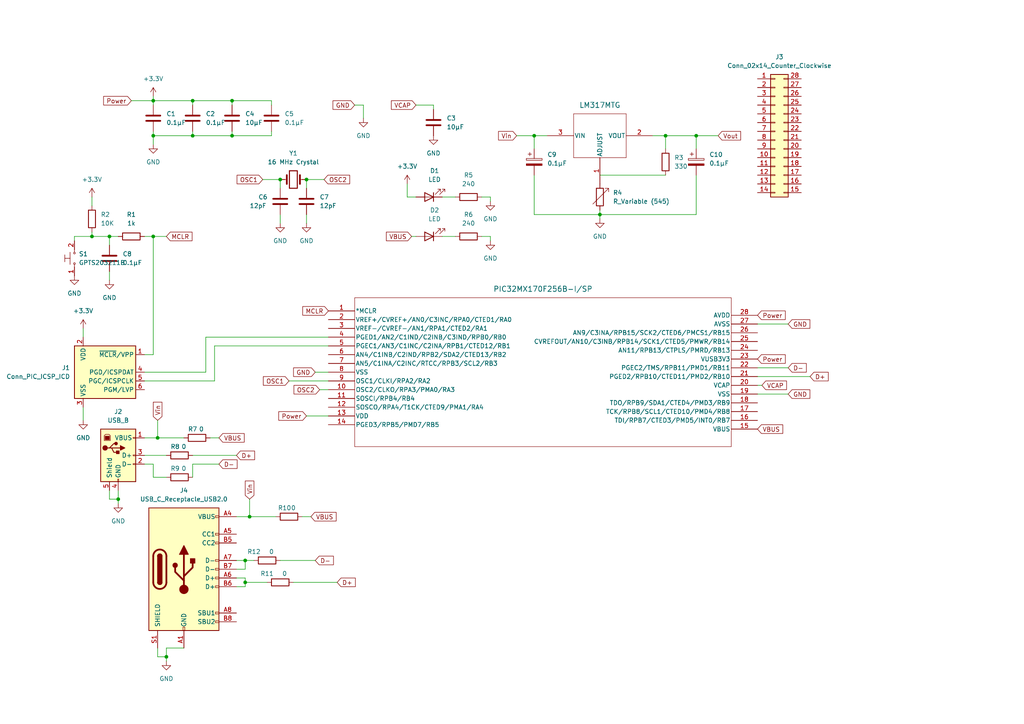
<source format=kicad_sch>
(kicad_sch (version 20230121) (generator eeschema)
  (paper "A4")
  (lib_symbols
    (symbol "2023-10-15_20-36-05:PIC32MX170F256B-I_SP" (pin_names (offset 0.254))
      (property "Value" "PIC32MX170F256B-I/SP" (at 146.05 6.35 0))
      (symbol "PIC32MX170F256B-I_SP_0_1"
        (polyline (pts (xy 86.36 5.08) (xy 86.36 -38.1)) (stroke (width 0.127)))
        (polyline (pts (xy 195.58 -38.1) (xy 195.58 5.08)) (stroke (width 0.127)))
        (pin bidirectional line (at 78.74 1.27 0) (length 7.62) (name "*MCLR") (number "1"))
        (pin bidirectional line (at 78.74 -21.59 0) (length 7.62) (name "OSC2/CLKO/RPA3/PMA0/RA3") (number "10"))
        (pin bidirectional line (at 78.74 -24.13 0) (length 7.62) (name "SOSCI/RPB4/RB4") (number "11"))
        (pin bidirectional line (at 78.74 -26.67 0) (length 7.62) (name "SOSCO/RPA4/T1CK/CTED9/PMA1/RA4") (number "12"))
        (pin power_in line (at 78.74 -29.21 0) (length 7.62) (name "VDD") (number "13"))
        (pin bidirectional line (at 78.74 -31.75 0) (length 7.62) (name "PGED3/RPB5/PMD7/RB5") (number "14"))
        (pin bidirectional line (at 203.2 -30.48 180) (length 7.62) (name "TDI/RPB7/CTED3/PMD5/INT0/RB7") (number "16"))
        (pin bidirectional line (at 203.2 -27.94 180) (length 7.62) (name "TCK/RPB8/SCL1/CTED10/PMD4/RB8") (number "17"))
        (pin bidirectional line (at 203.2 -25.4 180) (length 7.62) (name "TDO/RPB9/SDA1/CTED4/PMD3/RB9") (number "18"))
        (pin power_in line (at 203.2 -22.86 180) (length 7.62) (name "VSS") (number "19"))
        (pin bidirectional line (at 78.74 -1.27 0) (length 7.62) (name "VREF+/CVREF+/AN0/C3INC/RPA0/CTED1/RA0") (number "2"))
        (pin power_in line (at 203.2 -20.32 180) (length 7.62) (name "VCAP") (number "20"))
        (pin bidirectional line (at 203.2 -17.78 180) (length 7.62) (name "PGED2/RPB10/CTED11/PMD2/RB10") (number "21"))
        (pin bidirectional line (at 203.2 -15.24 180) (length 7.62) (name "PGEC2/TMS/RPB11/PMD1/RB11") (number "22"))
        (pin bidirectional line (at 203.2 -10.16 180) (length 7.62) (name "AN11/RPB13/CTPLS/PMRD/RB13") (number "24"))
        (pin bidirectional line (at 203.2 -7.62 180) (length 7.62) (name "CVREFOUT/AN10/C3INB/RPB14/SCK1/CTED5/PMWR/RB14") (number "25"))
        (pin bidirectional line (at 203.2 -5.08 180) (length 7.62) (name "AN9/C3INA/RPB15/SCK2/CTED6/PMCS1/RB15") (number "26"))
        (pin power_in line (at 203.2 -2.54 180) (length 7.62) (name "AVSS") (number "27"))
        (pin power_in line (at 203.2 0 180) (length 7.62) (name "AVDD") (number "28"))
        (pin bidirectional line (at 78.74 -3.81 0) (length 7.62) (name "VREF-/CVREF-/AN1/RPA1/CTED2/RA1") (number "3"))
        (pin bidirectional line (at 78.74 -6.35 0) (length 7.62) (name "PGED1/AN2/C1IND/C2INB/C3IND/RPB0/RB0") (number "4"))
        (pin bidirectional line (at 78.74 -8.89 0) (length 7.62) (name "PGEC1/AN3/C1INC/C2INA/RPB1/CTED12/RB1") (number "5"))
        (pin bidirectional line (at 78.74 -11.43 0) (length 7.62) (name "AN4/C1INB/C2IND/RPB2/SDA2/CTED13/RB2") (number "6"))
        (pin bidirectional line (at 78.74 -13.97 0) (length 7.62) (name "AN5/C1INA/C2INC/RTCC/RPB3/SCL2/RB3") (number "7"))
        (pin power_in line (at 78.74 -16.51 0) (length 7.62) (name "VSS") (number "8"))
        (pin bidirectional line (at 78.74 -19.05 0) (length 7.62) (name "OSC1/CLKI/RPA2/RA2") (number "9"))
      )
      (symbol "PIC32MX170F256B-I_SP_1_1"
        (polyline (pts (xy 86.36 -38.1) (xy 195.58 -38.1)) (stroke (width 0.127)))
        (polyline (pts (xy 86.36 5.08) (xy 195.58 5.08)) (stroke (width 0.127)))
        (pin bidirectional line (at 203.2 -33.02 180) (length 7.62) (name "VBUS") (number "15"))
        (pin bidirectional line (at 203.2 -12.7 180) (length 7.62) (name "VUSB3V3") (number "23"))
      )
    )
    (symbol "Connector:Conn_PIC_ICSP_ICD"
      (property "Reference" "J" (at 6.35 8.89 0))
      (property "Value" "Conn_PIC_ICSP_ICD" (at -8.89 -1.27 90))
      (symbol "Conn_PIC_ICSP_ICD_0_1"
        (rectangle (start -7.62 7.62) (end 10.16 -7.62) (stroke (width 0.254)) (fill (type background)))
      )
      (symbol "Conn_PIC_ICSP_ICD_1_1"
        (pin passive line (at 12.7 5.08 180) (length 2.54) (name "~{MCLR}/VPP") (number "1"))
        (pin passive line (at -5.08 10.16 270) (length 2.54) (name "VDD") (number "2"))
        (pin power_in line (at -5.08 -10.16 90) (length 2.54) (name "VSS") (number "3"))
        (pin bidirectional line (at 12.7 0 180) (length 2.54) (name "PGD/ICSPDAT") (number "4"))
        (pin output line (at 12.7 -2.54 180) (length 2.54) (name "PGC/ICSPCLK") (number "5"))
        (pin output line (at 12.7 -5.08 180) (length 2.54) (name "PGM/LVP") (number "6"))
      )
    )
    (symbol "Connector:USB_B" (pin_names (offset 1.016))
      (property "Reference" "J" (at -5.08 11.43 0))
      (property "Value" "USB_B" (at -5.08 8.89 0))
      (symbol "USB_B_0_1"
        (rectangle (start -5.08 -7.62) (end 5.08 7.62) (stroke (width 0.254)) (fill (type background)))
        (circle (center -3.81 2.159) (radius 0.635) (stroke (width 0.254)) (fill (type outline)))
        (rectangle (start -3.81 5.588) (end -2.54 4.572) (fill (type outline)))
        (circle (center -0.635 3.429) (radius 0.381) (stroke (width 0.254)) (fill (type outline)))
        (rectangle (start -0.127 -7.62) (end 0.127 -6.858))
        (polyline (pts (xy -1.905 2.159) (xy 0.635 2.159)) (stroke (width 0.254)))
        (polyline (pts (xy -3.175 2.159) (xy -2.54 2.159) (xy -1.27 3.429) (xy -0.635 3.429)) (stroke (width 0.254)))
        (polyline (pts (xy -2.54 2.159) (xy -1.905 2.159) (xy -1.27 0.889) (xy 0 0.889)) (stroke (width 0.254)))
        (polyline (pts (xy 0.635 2.794) (xy 0.635 1.524) (xy 1.905 2.159) (xy 0.635 2.794)) (stroke (width 0.254)) (fill (type outline)))
        (polyline (pts (xy -4.064 4.318) (xy -2.286 4.318) (xy -2.286 5.715) (xy -2.667 6.096) (xy -3.683 6.096) (xy -4.064 5.715) (xy -4.064 4.318)))
        (rectangle (start 0.254 1.27) (end -0.508 0.508) (stroke (width 0.254)) (fill (type outline)))
        (rectangle (start 5.08 -2.667) (end 4.318 -2.413))
        (rectangle (start 5.08 -0.127) (end 4.318 0.127))
        (rectangle (start 5.08 4.953) (end 4.318 5.207))
      )
      (symbol "USB_B_1_1"
        (pin power_out line (at 7.62 5.08 180) (length 2.54) (name "VBUS") (number "1"))
        (pin bidirectional line (at 7.62 -2.54 180) (length 2.54) (name "D-") (number "2"))
        (pin bidirectional line (at 7.62 0 180) (length 2.54) (name "D+") (number "3"))
        (pin power_out line (at 0 -10.16 90) (length 2.54) (name "GND") (number "4"))
        (pin passive line (at -2.54 -10.16 90) (length 2.54) (name "Shield") (number "5"))
      )
    )
    (symbol "Connector:USB_C_Receptacle_USB2.0" (pin_names (offset 1.016))
      (property "Reference" "J" (at -10.16 19.05 0))
      (property "Value" "USB_C_Receptacle_USB2.0" (at 19.05 19.05 0))
      (symbol "USB_C_Receptacle_USB2.0_0_0"
        (rectangle (start -0.254 -17.78) (end 0.254 -16.764))
        (rectangle (start 10.16 -14.986) (end 9.144 -15.494))
        (rectangle (start 10.16 -12.446) (end 9.144 -12.954))
        (rectangle (start 10.16 -4.826) (end 9.144 -5.334))
        (rectangle (start 10.16 -2.286) (end 9.144 -2.794))
        (rectangle (start 10.16 0.254) (end 9.144 -0.254))
        (rectangle (start 10.16 2.794) (end 9.144 2.286))
        (rectangle (start 10.16 7.874) (end 9.144 7.366))
        (rectangle (start 10.16 10.414) (end 9.144 9.906))
        (rectangle (start 10.16 15.494) (end 9.144 14.986))
      )
      (symbol "USB_C_Receptacle_USB2.0_0_1"
        (rectangle (start -10.16 17.78) (end 10.16 -17.78) (stroke (width 0.254)) (fill (type background)))
        (arc (start -8.89 -3.81) (mid -6.985 -5.7067) (end -5.08 -3.81) (stroke (width 0.508)))
        (arc (start -7.62 -3.81) (mid -6.985 -4.4423) (end -6.35 -3.81) (stroke (width 0.254)))
        (arc (start -7.62 -3.81) (mid -6.985 -4.4423) (end -6.35 -3.81) (stroke (width 0.254)) (fill (type outline)))
        (rectangle (start -7.62 -3.81) (end -6.35 3.81) (stroke (width 0.254)) (fill (type outline)))
        (arc (start -6.35 3.81) (mid -6.985 4.4423) (end -7.62 3.81) (stroke (width 0.254)))
        (arc (start -6.35 3.81) (mid -6.985 4.4423) (end -7.62 3.81) (stroke (width 0.254)) (fill (type outline)))
        (arc (start -5.08 3.81) (mid -6.985 5.7067) (end -8.89 3.81) (stroke (width 0.508)))
        (circle (center -2.54 1.143) (radius 0.635) (stroke (width 0.254)) (fill (type outline)))
        (circle (center 0 -5.842) (radius 1.27) (fill (type outline)))
        (polyline (pts (xy -8.89 -3.81) (xy -8.89 3.81)) (stroke (width 0.508)))
        (polyline (pts (xy -5.08 3.81) (xy -5.08 -3.81)) (stroke (width 0.508)))
        (polyline (pts (xy 0 -5.842) (xy 0 4.318)) (stroke (width 0.508)))
        (polyline (pts (xy 0 -3.302) (xy -2.54 -0.762) (xy -2.54 0.508)) (stroke (width 0.508)))
        (polyline (pts (xy 0 -2.032) (xy 2.54 0.508) (xy 2.54 1.778)) (stroke (width 0.508)))
        (polyline (pts (xy -1.27 4.318) (xy 0 6.858) (xy 1.27 4.318) (xy -1.27 4.318)) (stroke (width 0.254)) (fill (type outline)))
        (rectangle (start 1.905 1.778) (end 3.175 3.048) (stroke (width 0.254)) (fill (type outline)))
      )
      (symbol "USB_C_Receptacle_USB2.0_1_1"
        (pin passive line (at 0 -22.86 90) (length 5.08) (name "GND") (number "A1"))
        (pin passive line (at 0 -22.86 90) (length 5.08) hide (name "GND") (number "A12"))
        (pin passive line (at 15.24 15.24 180) (length 5.08) (name "VBUS") (number "A4"))
        (pin bidirectional line (at 15.24 10.16 180) (length 5.08) (name "CC1") (number "A5"))
        (pin bidirectional line (at 15.24 -2.54 180) (length 5.08) (name "D+") (number "A6"))
        (pin bidirectional line (at 15.24 2.54 180) (length 5.08) (name "D-") (number "A7"))
        (pin bidirectional line (at 15.24 -12.7 180) (length 5.08) (name "SBU1") (number "A8"))
        (pin passive line (at 15.24 15.24 180) (length 5.08) hide (name "VBUS") (number "A9"))
        (pin passive line (at 0 -22.86 90) (length 5.08) hide (name "GND") (number "B1"))
        (pin passive line (at 0 -22.86 90) (length 5.08) hide (name "GND") (number "B12"))
        (pin passive line (at 15.24 15.24 180) (length 5.08) hide (name "VBUS") (number "B4"))
        (pin bidirectional line (at 15.24 7.62 180) (length 5.08) (name "CC2") (number "B5"))
        (pin bidirectional line (at 15.24 -5.08 180) (length 5.08) (name "D+") (number "B6"))
        (pin bidirectional line (at 15.24 0 180) (length 5.08) (name "D-") (number "B7"))
        (pin bidirectional line (at 15.24 -15.24 180) (length 5.08) (name "SBU2") (number "B8"))
        (pin passive line (at 15.24 15.24 180) (length 5.08) hide (name "VBUS") (number "B9"))
        (pin passive line (at -7.62 -22.86 90) (length 5.08) (name "SHIELD") (number "S1"))
      )
    )
    (symbol "Connector_Generic:Conn_02x14_Counter_Clockwise" (pin_names (offset 1.016) hide)
      (property "Reference" "J" (at 1.27 17.78 0))
      (property "Value" "Conn_02x14_Counter_Clockwise" (at 1.27 -20.32 0))
      (symbol "Conn_02x14_Counter_Clockwise_1_1"
        (rectangle (start -1.27 -17.653) (end 0 -17.907) (stroke (width 0.1524)))
        (rectangle (start -1.27 -15.113) (end 0 -15.367) (stroke (width 0.1524)))
        (rectangle (start -1.27 -12.573) (end 0 -12.827) (stroke (width 0.1524)))
        (rectangle (start -1.27 -10.033) (end 0 -10.287) (stroke (width 0.1524)))
        (rectangle (start -1.27 -7.493) (end 0 -7.747) (stroke (width 0.1524)))
        (rectangle (start -1.27 -4.953) (end 0 -5.207) (stroke (width 0.1524)))
        (rectangle (start -1.27 -2.413) (end 0 -2.667) (stroke (width 0.1524)))
        (rectangle (start -1.27 0.127) (end 0 -0.127) (stroke (width 0.1524)))
        (rectangle (start -1.27 2.667) (end 0 2.413) (stroke (width 0.1524)))
        (rectangle (start -1.27 5.207) (end 0 4.953) (stroke (width 0.1524)))
        (rectangle (start -1.27 7.747) (end 0 7.493) (stroke (width 0.1524)))
        (rectangle (start -1.27 10.287) (end 0 10.033) (stroke (width 0.1524)))
        (rectangle (start -1.27 12.827) (end 0 12.573) (stroke (width 0.1524)))
        (rectangle (start -1.27 15.367) (end 0 15.113) (stroke (width 0.1524)))
        (rectangle (start -1.27 16.51) (end 3.81 -19.05) (stroke (width 0.254)) (fill (type background)))
        (rectangle (start 3.81 -17.653) (end 2.54 -17.907) (stroke (width 0.1524)))
        (rectangle (start 3.81 -15.113) (end 2.54 -15.367) (stroke (width 0.1524)))
        (rectangle (start 3.81 -12.573) (end 2.54 -12.827) (stroke (width 0.1524)))
        (rectangle (start 3.81 -10.033) (end 2.54 -10.287) (stroke (width 0.1524)))
        (rectangle (start 3.81 -7.493) (end 2.54 -7.747) (stroke (width 0.1524)))
        (rectangle (start 3.81 -4.953) (end 2.54 -5.207) (stroke (width 0.1524)))
        (rectangle (start 3.81 -2.413) (end 2.54 -2.667) (stroke (width 0.1524)))
        (rectangle (start 3.81 0.127) (end 2.54 -0.127) (stroke (width 0.1524)))
        (rectangle (start 3.81 2.667) (end 2.54 2.413) (stroke (width 0.1524)))
        (rectangle (start 3.81 5.207) (end 2.54 4.953) (stroke (width 0.1524)))
        (rectangle (start 3.81 7.747) (end 2.54 7.493) (stroke (width 0.1524)))
        (rectangle (start 3.81 10.287) (end 2.54 10.033) (stroke (width 0.1524)))
        (rectangle (start 3.81 12.827) (end 2.54 12.573) (stroke (width 0.1524)))
        (rectangle (start 3.81 15.367) (end 2.54 15.113) (stroke (width 0.1524)))
        (pin passive line (at -5.08 15.24 0) (length 3.81) (name "Pin_1") (number "1"))
        (pin passive line (at -5.08 -7.62 0) (length 3.81) (name "Pin_10") (number "10"))
        (pin passive line (at -5.08 -10.16 0) (length 3.81) (name "Pin_11") (number "11"))
        (pin passive line (at -5.08 -12.7 0) (length 3.81) (name "Pin_12") (number "12"))
        (pin passive line (at -5.08 -15.24 0) (length 3.81) (name "Pin_13") (number "13"))
        (pin passive line (at -5.08 -17.78 0) (length 3.81) (name "Pin_14") (number "14"))
        (pin passive line (at 7.62 -17.78 180) (length 3.81) (name "Pin_15") (number "15"))
        (pin passive line (at 7.62 -15.24 180) (length 3.81) (name "Pin_16") (number "16"))
        (pin passive line (at 7.62 -12.7 180) (length 3.81) (name "Pin_17") (number "17"))
        (pin passive line (at 7.62 -10.16 180) (length 3.81) (name "Pin_18") (number "18"))
        (pin passive line (at 7.62 -7.62 180) (length 3.81) (name "Pin_19") (number "19"))
        (pin passive line (at -5.08 12.7 0) (length 3.81) (name "Pin_2") (number "2"))
        (pin passive line (at 7.62 -5.08 180) (length 3.81) (name "Pin_20") (number "20"))
        (pin passive line (at 7.62 -2.54 180) (length 3.81) (name "Pin_21") (number "21"))
        (pin passive line (at 7.62 0 180) (length 3.81) (name "Pin_22") (number "22"))
        (pin passive line (at 7.62 2.54 180) (length 3.81) (name "Pin_23") (number "23"))
        (pin passive line (at 7.62 5.08 180) (length 3.81) (name "Pin_24") (number "24"))
        (pin passive line (at 7.62 7.62 180) (length 3.81) (name "Pin_25") (number "25"))
        (pin passive line (at 7.62 10.16 180) (length 3.81) (name "Pin_26") (number "26"))
        (pin passive line (at 7.62 12.7 180) (length 3.81) (name "Pin_27") (number "27"))
        (pin passive line (at 7.62 15.24 180) (length 3.81) (name "Pin_28") (number "28"))
        (pin passive line (at -5.08 10.16 0) (length 3.81) (name "Pin_3") (number "3"))
        (pin passive line (at -5.08 7.62 0) (length 3.81) (name "Pin_4") (number "4"))
        (pin passive line (at -5.08 5.08 0) (length 3.81) (name "Pin_5") (number "5"))
        (pin passive line (at -5.08 2.54 0) (length 3.81) (name "Pin_6") (number "6"))
        (pin passive line (at -5.08 0 0) (length 3.81) (name "Pin_7") (number "7"))
        (pin passive line (at -5.08 -2.54 0) (length 3.81) (name "Pin_8") (number "8"))
        (pin passive line (at -5.08 -5.08 0) (length 3.81) (name "Pin_9") (number "9"))
      )
    )
    (symbol "Device:C" (pin_numbers hide) (pin_names (offset 0.254))
      (property "Reference" "C" (at 0.635 2.54 0))
      (property "Value" "C" (at 0.635 -2.54 0))
      (symbol "C_0_1"
        (polyline (pts (xy -2.032 -0.762) (xy 2.032 -0.762)) (stroke (width 0.508)))
        (polyline (pts (xy -2.032 0.762) (xy 2.032 0.762)) (stroke (width 0.508)))
      )
      (symbol "C_1_1"
        (pin passive line (at 0 3.81 270) (length 2.794) (name "~") (number "1"))
        (pin passive line (at 0 -3.81 90) (length 2.794) (name "~") (number "2"))
      )
    )
    (symbol "Device:C_Polarized" (pin_numbers hide) (pin_names (offset 0.254))
      (property "Reference" "C" (at 0.635 2.54 0))
      (property "Value" "C_Polarized" (at 0.635 -2.54 0))
      (symbol "C_Polarized_0_1"
        (rectangle (start -2.286 0.508) (end 2.286 1.016))
        (polyline (pts (xy -1.778 2.286) (xy -0.762 2.286)))
        (polyline (pts (xy -1.27 2.794) (xy -1.27 1.778)))
        (rectangle (start 2.286 -0.508) (end -2.286 -1.016) (fill (type outline)))
      )
      (symbol "C_Polarized_1_1"
        (pin passive line (at 0 3.81 270) (length 2.794) (name "~") (number "1"))
        (pin passive line (at 0 -3.81 90) (length 2.794) (name "~") (number "2"))
      )
    )
    (symbol "Device:Crystal" (pin_numbers hide) (pin_names (offset 1.016) hide)
      (property "Reference" "Y" (at 0 3.81 0))
      (property "Value" "Crystal" (at 0 -3.81 0))
      (symbol "Crystal_0_1"
        (rectangle (start -1.143 2.54) (end 1.143 -2.54) (stroke (width 0.3048)))
        (polyline (pts (xy -2.54 0) (xy -1.905 0)))
        (polyline (pts (xy -1.905 -1.27) (xy -1.905 1.27)) (stroke (width 0.508)))
        (polyline (pts (xy 1.905 -1.27) (xy 1.905 1.27)) (stroke (width 0.508)))
        (polyline (pts (xy 2.54 0) (xy 1.905 0)))
      )
      (symbol "Crystal_1_1"
        (pin passive line (at -3.81 0 0) (length 1.27) (name "1") (number "1"))
        (pin passive line (at 3.81 0 180) (length 1.27) (name "2") (number "2"))
      )
    )
    (symbol "Device:LED" (pin_numbers hide) (pin_names (offset 1.016) hide)
      (property "Reference" "D" (at 0 2.54 0))
      (property "Value" "LED" (at 0 -2.54 0))
      (symbol "LED_0_1"
        (polyline (pts (xy -1.27 -1.27) (xy -1.27 1.27)) (stroke (width 0.254)))
        (polyline (pts (xy -1.27 0) (xy 1.27 0)))
        (polyline (pts (xy 1.27 -1.27) (xy 1.27 1.27) (xy -1.27 0) (xy 1.27 -1.27)) (stroke (width 0.254)))
        (polyline (pts (xy -3.048 -0.762) (xy -4.572 -2.286) (xy -3.81 -2.286) (xy -4.572 -2.286) (xy -4.572 -1.524)))
        (polyline (pts (xy -1.778 -0.762) (xy -3.302 -2.286) (xy -2.54 -2.286) (xy -3.302 -2.286) (xy -3.302 -1.524)))
      )
      (symbol "LED_1_1"
        (pin passive line (at -3.81 0 0) (length 2.54) (name "K") (number "1"))
        (pin passive line (at 3.81 0 180) (length 2.54) (name "A") (number "2"))
      )
    )
    (symbol "Device:R" (pin_numbers hide) (pin_names (offset 0))
      (property "Reference" "R" (at 2.032 0 90))
      (property "Value" "R" (at 0 0 90))
      (symbol "R_0_1"
        (rectangle (start -1.016 -2.54) (end 1.016 2.54) (stroke (width 0.254)))
      )
      (symbol "R_1_1"
        (pin passive line (at 0 3.81 270) (length 1.27) (name "~") (number "1"))
        (pin passive line (at 0 -3.81 90) (length 1.27) (name "~") (number "2"))
      )
    )
    (symbol "Device:R_Variable" (pin_numbers hide) (pin_names (offset 0))
      (property "Reference" "R" (at 2.54 -2.54 90))
      (property "Value" "R_Variable" (at -2.54 -1.27 90))
      (symbol "R_Variable_0_1"
        (rectangle (start -1.016 -2.54) (end 1.016 2.54) (stroke (width 0.254)))
        (polyline (pts (xy 2.54 1.524) (xy 2.54 2.54) (xy 1.524 2.54) (xy 2.54 2.54) (xy -2.032 -2.032)))
      )
      (symbol "R_Variable_1_1"
        (pin passive line (at 0 3.81 270) (length 1.27) (name "~") (number "1"))
        (pin passive line (at 0 -3.81 90) (length 1.27) (name "~") (number "2"))
      )
    )
    (symbol "LM317MTG_1" (pin_names (offset 0.254))
      (property "Value" "LM317MTG" (at 30.48 6.35 0))
      (symbol "LM317MTG_1_0_1"
        (polyline (pts (xy 22.86 -7.62) (xy 38.1 -7.62)) (stroke (width 0.127)))
        (polyline (pts (xy 22.86 5.08) (xy 22.86 -7.62)) (stroke (width 0.127)))
        (polyline (pts (xy 38.1 -7.62) (xy 38.1 5.08)) (stroke (width 0.127)))
        (polyline (pts (xy 38.1 5.08) (xy 22.86 5.08)) (stroke (width 0.127)))
        (pin output line (at 45.72 -1.27 180) (length 7.62) (name "VOUT") (number "2"))
        (pin input line (at 15.24 -1.27 0) (length 7.62) (name "VIN") (number "3"))
      )
      (symbol "LM317MTG_1_1_1"
        (pin passive line (at 30.48 -15.24 90) (length 7.62) (name "ADJUST") (number "1"))
      )
    )
    (symbol "dk_Pushbutton-Switches:GPTS203211B" (pin_names (offset 1.016))
      (property "Reference" "S" (at -3.81 3.81 0))
      (property "Value" "GPTS203211B" (at 0 -2.54 0))
      (symbol "GPTS203211B_0_1"
        (circle (center -1.524 0) (radius 0.254))
        (polyline (pts (xy -2.54 0) (xy -1.778 0)))
        (polyline (pts (xy -1.778 1.27) (xy 1.778 1.27)))
        (polyline (pts (xy -1.016 2.794) (xy 1.016 2.794)))
        (polyline (pts (xy 0 1.27) (xy 0 2.794)))
        (polyline (pts (xy 2.54 0) (xy 1.778 0)))
        (circle (center 1.524 0) (radius 0.254))
      )
      (symbol "GPTS203211B_1_1"
        (pin passive line (at -5.08 0 0) (length 2.54) (name "~") (number "1"))
        (pin passive line (at 5.08 0 180) (length 2.54) (name "~") (number "2"))
      )
    )
    (symbol "power:+3.3V" (power) (pin_names (offset 0))
      (property "Value" "+3.3V" (at 0 3.556 0))
      (symbol "+3.3V_0_1"
        (polyline (pts (xy -0.762 1.27) (xy 0 2.54)))
        (polyline (pts (xy 0 0) (xy 0 2.54)))
        (polyline (pts (xy 0 2.54) (xy 0.762 1.27)))
      )
      (symbol "+3.3V_1_1"
        (pin power_in line (at 0 0 90) (length 0) hide (name "+3.3V") (number "1"))
      )
    )
    (symbol "power:GND" (power) (pin_names (offset 0))
      (property "Value" "GND" (at 0 -3.81 0))
      (symbol "GND_0_1"
        (polyline (pts (xy 0 0) (xy 0 -1.27) (xy 1.27 -1.27) (xy 0 -2.54) (xy -1.27 -1.27) (xy 0 -1.27)))
      )
      (symbol "GND_1_1"
        (pin power_in line (at 0 0 270) (length 0) hide (name "GND") (number "1"))
      )
    )
  )
  (junction (at 67.31 29.21))
  (junction (at 31.75 68.58))
  (junction (at 55.88 39.37))
  (junction (at 154.94 39.37))
  (junction (at 67.31 39.37))
  (junction (at 193.04 39.37))
  (junction (at 48.26 190.5))
  (junction (at 26.67 68.58))
  (junction (at 44.45 68.58))
  (junction (at 173.99 62.23))
  (junction (at 34.29 144.78))
  (junction (at 81.28 52.07))
  (junction (at 55.88 29.21))
  (junction (at 44.45 39.37))
  (junction (at 72.39 149.86))
  (junction (at 45.72 127))
  (junction (at 71.12 162.56))
  (junction (at 201.93 39.37))
  (junction (at 44.45 29.21))
  (junction (at 88.9 52.07))
  (junction (at 71.12 168.91))
  (wire (pts (xy 219.71 111.76) (xy 220.98 111.76)))
  (wire (pts (xy 71.12 165.1) (xy 71.12 162.56)))
  (wire (pts (xy 88.9 52.07) (xy 88.9 54.61)))
  (wire (pts (xy 48.26 190.5) (xy 48.26 191.77)))
  (wire (pts (xy 201.93 39.37) (xy 201.93 43.18)))
  (wire (pts (xy 68.58 167.64) (xy 71.12 167.64)))
  (wire (pts (xy 78.74 38.1) (xy 78.74 39.37)))
  (wire (pts (xy 71.12 167.64) (xy 71.12 168.91)))
  (wire (pts (xy 71.12 168.91) (xy 77.47 168.91)))
  (wire (pts (xy 81.28 162.56) (xy 91.44 162.56)))
  (wire (pts (xy 154.94 39.37) (xy 154.94 43.18)))
  (wire (pts (xy 67.31 38.1) (xy 67.31 39.37)))
  (wire (pts (xy 142.24 69.85) (xy 142.24 68.58)))
  (wire (pts (xy 55.88 39.37) (xy 44.45 39.37)))
  (wire (pts (xy 120.65 30.48) (xy 125.73 30.48)))
  (wire (pts (xy 45.72 121.92) (xy 45.72 127)))
  (wire (pts (xy 26.67 57.15) (xy 26.67 59.69)))
  (wire (pts (xy 189.23 39.37) (xy 193.04 39.37)))
  (wire (pts (xy 55.88 132.08) (xy 68.58 132.08)))
  (wire (pts (xy 31.75 68.58) (xy 31.75 71.12)))
  (wire (pts (xy 41.91 110.49) (xy 62.23 110.49)))
  (wire (pts (xy 31.75 142.24) (xy 31.75 144.78)))
  (wire (pts (xy 193.04 39.37) (xy 201.93 39.37)))
  (wire (pts (xy 81.28 52.07) (xy 81.28 54.61)))
  (wire (pts (xy 201.93 39.37) (xy 208.28 39.37)))
  (wire (pts (xy 201.93 62.23) (xy 173.99 62.23)))
  (wire (pts (xy 72.39 149.86) (xy 80.01 149.86)))
  (wire (pts (xy 45.72 127) (xy 53.34 127)))
  (wire (pts (xy 139.7 68.58) (xy 142.24 68.58)))
  (wire (pts (xy 55.88 134.62) (xy 63.5 134.62)))
  (wire (pts (xy 31.75 144.78) (xy 34.29 144.78)))
  (wire (pts (xy 173.99 60.96) (xy 173.99 62.23)))
  (wire (pts (xy 193.04 39.37) (xy 193.04 43.18)))
  (wire (pts (xy 26.67 68.58) (xy 31.75 68.58)))
  (wire (pts (xy 55.88 138.43) (xy 55.88 134.62)))
  (wire (pts (xy 149.86 39.37) (xy 154.94 39.37)))
  (wire (pts (xy 219.71 109.22) (xy 234.95 109.22)))
  (wire (pts (xy 71.12 162.56) (xy 73.66 162.56)))
  (wire (pts (xy 201.93 50.8) (xy 201.93 62.23)))
  (wire (pts (xy 154.94 62.23) (xy 173.99 62.23)))
  (wire (pts (xy 105.41 30.48) (xy 105.41 34.29)))
  (wire (pts (xy 102.87 30.48) (xy 105.41 30.48)))
  (wire (pts (xy 88.9 62.23) (xy 88.9 64.77)))
  (wire (pts (xy 125.73 30.48) (xy 125.73 31.75)))
  (wire (pts (xy 34.29 144.78) (xy 34.29 146.05)))
  (wire (pts (xy 118.11 57.15) (xy 120.65 57.15)))
  (wire (pts (xy 45.72 187.96) (xy 45.72 190.5)))
  (wire (pts (xy 88.9 52.07) (xy 93.98 52.07)))
  (wire (pts (xy 41.91 102.87) (xy 44.45 102.87)))
  (wire (pts (xy 128.27 68.58) (xy 132.08 68.58)))
  (wire (pts (xy 219.71 93.98) (xy 228.6 93.98)))
  (wire (pts (xy 44.45 39.37) (xy 44.45 38.1)))
  (wire (pts (xy 55.88 38.1) (xy 55.88 39.37)))
  (wire (pts (xy 48.26 187.96) (xy 53.34 187.96)))
  (wire (pts (xy 68.58 165.1) (xy 71.12 165.1)))
  (wire (pts (xy 71.12 170.18) (xy 71.12 168.91)))
  (wire (pts (xy 45.72 190.5) (xy 48.26 190.5)))
  (wire (pts (xy 21.59 68.58) (xy 21.59 69.85)))
  (wire (pts (xy 62.23 100.33) (xy 95.25 100.33)))
  (wire (pts (xy 55.88 29.21) (xy 67.31 29.21)))
  (wire (pts (xy 219.71 114.3) (xy 228.6 114.3)))
  (wire (pts (xy 24.13 95.25) (xy 24.13 97.79)))
  (wire (pts (xy 78.74 29.21) (xy 78.74 30.48)))
  (wire (pts (xy 219.71 106.68) (xy 228.6 106.68)))
  (wire (pts (xy 128.27 57.15) (xy 132.08 57.15)))
  (wire (pts (xy 48.26 190.5) (xy 48.26 187.96)))
  (wire (pts (xy 85.09 168.91) (xy 97.79 168.91)))
  (wire (pts (xy 88.9 120.65) (xy 95.25 120.65)))
  (wire (pts (xy 83.82 110.49) (xy 95.25 110.49)))
  (wire (pts (xy 34.29 144.78) (xy 34.29 142.24)))
  (wire (pts (xy 72.39 144.78) (xy 72.39 149.86)))
  (wire (pts (xy 78.74 39.37) (xy 67.31 39.37)))
  (wire (pts (xy 68.58 162.56) (xy 71.12 162.56)))
  (wire (pts (xy 81.28 62.23) (xy 81.28 64.77)))
  (wire (pts (xy 31.75 78.74) (xy 31.75 81.28)))
  (wire (pts (xy 154.94 50.8) (xy 154.94 62.23)))
  (wire (pts (xy 60.96 127) (xy 63.5 127)))
  (wire (pts (xy 44.45 29.21) (xy 55.88 29.21)))
  (wire (pts (xy 59.69 107.95) (xy 41.91 107.95)))
  (wire (pts (xy 173.99 62.23) (xy 173.99 63.5)))
  (wire (pts (xy 67.31 29.21) (xy 78.74 29.21)))
  (wire (pts (xy 154.94 39.37) (xy 158.75 39.37)))
  (wire (pts (xy 59.69 97.79) (xy 59.69 107.95)))
  (wire (pts (xy 24.13 118.11) (xy 24.13 121.92)))
  (wire (pts (xy 173.99 50.8) (xy 193.04 50.8)))
  (wire (pts (xy 44.45 138.43) (xy 48.26 138.43)))
  (wire (pts (xy 95.25 97.79) (xy 59.69 97.79)))
  (wire (pts (xy 119.38 68.58) (xy 120.65 68.58)))
  (wire (pts (xy 44.45 134.62) (xy 44.45 138.43)))
  (wire (pts (xy 62.23 110.49) (xy 62.23 100.33)))
  (wire (pts (xy 118.11 53.34) (xy 118.11 57.15)))
  (wire (pts (xy 41.91 68.58) (xy 44.45 68.58)))
  (wire (pts (xy 55.88 29.21) (xy 55.88 30.48)))
  (wire (pts (xy 38.1 29.21) (xy 44.45 29.21)))
  (wire (pts (xy 142.24 57.15) (xy 142.24 58.42)))
  (wire (pts (xy 31.75 68.58) (xy 34.29 68.58)))
  (wire (pts (xy 68.58 149.86) (xy 72.39 149.86)))
  (wire (pts (xy 41.91 127) (xy 45.72 127)))
  (wire (pts (xy 44.45 68.58) (xy 48.26 68.58)))
  (wire (pts (xy 41.91 134.62) (xy 44.45 134.62)))
  (wire (pts (xy 44.45 41.91) (xy 44.45 39.37)))
  (wire (pts (xy 44.45 29.21) (xy 44.45 30.48)))
  (wire (pts (xy 68.58 170.18) (xy 71.12 170.18)))
  (wire (pts (xy 41.91 132.08) (xy 48.26 132.08)))
  (wire (pts (xy 67.31 29.21) (xy 67.31 30.48)))
  (wire (pts (xy 26.67 67.31) (xy 26.67 68.58)))
  (wire (pts (xy 139.7 57.15) (xy 142.24 57.15)))
  (wire (pts (xy 92.71 113.03) (xy 95.25 113.03)))
  (wire (pts (xy 44.45 27.94) (xy 44.45 29.21)))
  (wire (pts (xy 67.31 39.37) (xy 55.88 39.37)))
  (wire (pts (xy 87.63 149.86) (xy 90.17 149.86)))
  (wire (pts (xy 44.45 102.87) (xy 44.45 68.58)))
  (wire (pts (xy 76.2 52.07) (xy 81.28 52.07)))
  (wire (pts (xy 91.44 107.95) (xy 95.25 107.95)))
  (wire (pts (xy 26.67 68.58) (xy 21.59 68.58)))
  (global_label "Power" (shape input) (at 38.1 29.21 180) (property "Intersheetrefs" "${INTERSHEET_REFS}" (effects hide)))
  (global_label "D+" (shape input) (at 97.79 168.91 0) (property "Intersheetrefs" "${INTERSHEET_REFS}" (effects hide)))
  (global_label "Power" (shape input) (at 88.9 120.65 180) (property "Intersheetrefs" "${INTERSHEET_REFS}" (effects hide)))
  (global_label "OSC1" (shape input) (at 76.2 52.07 180) (property "Intersheetrefs" "${INTERSHEET_REFS}" (effects hide)))
  (global_label "D+" (shape input) (at 234.95 109.22 0) (property "Intersheetrefs" "${INTERSHEET_REFS}" (effects hide)))
  (global_label "Vin" (shape input) (at 45.72 121.92 90) (property "Intersheetrefs" "${INTERSHEET_REFS}" (effects hide)))
  (global_label "VCAP" (shape input) (at 120.65 30.48 180) (property "Intersheetrefs" "${INTERSHEET_REFS}" (effects hide)))
  (global_label "GND" (shape input) (at 102.87 30.48 180) (property "Intersheetrefs" "${INTERSHEET_REFS}" (effects hide)))
  (global_label "OSC2" (shape input) (at 93.98 52.07 0) (property "Intersheetrefs" "${INTERSHEET_REFS}" (effects hide)))
  (global_label "Vin" (shape input) (at 149.86 39.37 180) (property "Intersheetrefs" "${INTERSHEET_REFS}" (effects hide)))
  (global_label "D+" (shape input) (at 68.58 132.08 0) (property "Intersheetrefs" "${INTERSHEET_REFS}" (effects hide)))
  (global_label "D-" (shape input) (at 63.5 134.62 0) (property "Intersheetrefs" "${INTERSHEET_REFS}" (effects hide)))
  (global_label "VBUS" (shape input) (at 119.38 68.58 180) (property "Intersheetrefs" "${INTERSHEET_REFS}" (effects hide)))
  (global_label "GND" (shape input) (at 228.6 93.98 0) (property "Intersheetrefs" "${INTERSHEET_REFS}" (effects hide)))
  (global_label "Power" (shape input) (at 219.71 91.44 0) (property "Intersheetrefs" "${INTERSHEET_REFS}" (effects hide)))
  (global_label "Vin" (shape input) (at 72.39 144.78 90) (property "Intersheetrefs" "${INTERSHEET_REFS}" (effects hide)))
  (global_label "GND" (shape input) (at 91.44 107.95 180) (property "Intersheetrefs" "${INTERSHEET_REFS}" (effects hide)))
  (global_label "D-" (shape input) (at 91.44 162.56 0) (property "Intersheetrefs" "${INTERSHEET_REFS}" (effects hide)))
  (global_label "VBUS" (shape input) (at 219.71 124.46 0) (property "Intersheetrefs" "${INTERSHEET_REFS}" (effects hide)))
  (global_label "GND" (shape input) (at 228.6 114.3 0) (property "Intersheetrefs" "${INTERSHEET_REFS}" (effects hide)))
  (global_label "Power" (shape input) (at 219.71 104.14 0) (property "Intersheetrefs" "${INTERSHEET_REFS}" (effects hide)))
  (global_label "MCLR" (shape input) (at 48.26 68.58 0) (property "Intersheetrefs" "${INTERSHEET_REFS}" (effects hide)))
  (global_label "MCLR" (shape input) (at 95.25 90.17 180) (property "Intersheetrefs" "${INTERSHEET_REFS}" (effects hide)))
  (global_label "VCAP" (shape input) (at 220.98 111.76 0) (property "Intersheetrefs" "${INTERSHEET_REFS}" (effects hide)))
  (global_label "Vout" (shape input) (at 208.28 39.37 0) (property "Intersheetrefs" "${INTERSHEET_REFS}" (effects hide)))
  (global_label "VBUS" (shape input) (at 63.5 127 0) (property "Intersheetrefs" "${INTERSHEET_REFS}" (effects hide)))
  (global_label "D-" (shape input) (at 228.6 106.68 0) (property "Intersheetrefs" "${INTERSHEET_REFS}" (effects hide)))
  (global_label "OSC2" (shape input) (at 92.71 113.03 180) (property "Intersheetrefs" "${INTERSHEET_REFS}" (effects hide)))
  (global_label "VBUS" (shape input) (at 90.17 149.86 0) (property "Intersheetrefs" "${INTERSHEET_REFS}" (effects hide)))
  (global_label "OSC1" (shape input) (at 83.82 110.49 180) (property "Intersheetrefs" "${INTERSHEET_REFS}" (effects hide)))
  (symbol (lib_id "Device:C_Polarized") (at 154.94 46.99 0) (unit 1)
    (property "Reference" "C9" (at 158.75 44.831 0) (effects (justify left)))
    (property "Value" "0.1µF" (at 158.75 47.371 0) (effects (justify left)))
  )
  (symbol (lib_id "Device:R") (at 38.1 68.58 90) (unit 1)
    (property "Reference" "R1" (at 38.1 62.23 90))
    (property "Value" "1k" (at 38.1 64.77 90))
  )
  (symbol (lib_id "power:GND") (at 24.13 121.92 0) (unit 1)
    (property "Reference" "#PWR016" (effects hide))
    (property "Value" "GND" (at 24.13 127 0))
  )
  (symbol (lib_id "Device:C") (at 81.28 58.42 0) (unit 1)
    (property "Reference" "C6" (at 74.93 57.15 0) (effects (justify left)))
    (property "Value" "12pF" (at 72.39 59.69 0) (effects (justify left)))
  )
  (symbol (lib_id "Device:R") (at 26.67 63.5 0) (unit 1)
    (property "Reference" "R2" (at 29.21 62.23 0) (effects (justify left)))
    (property "Value" "10K" (at 29.21 64.77 0) (effects (justify left)))
  )
  (symbol (lib_id "Device:R") (at 77.47 162.56 90) (unit 1)
    (property "Reference" "R12" (at 73.66 160.02 90))
    (property "Value" "0" (at 78.74 160.02 90))
  )
  (symbol (lib_id "power:+3.3V") (at 44.45 27.94 0) (unit 1)
    (property "Reference" "#PWR01" (effects hide))
    (property "Value" "+3.3V" (at 44.45 22.86 0))
  )
  (symbol (lib_id "Connector_Generic:Conn_02x14_Counter_Clockwise") (at 224.79 38.1 0) (unit 1)
    (property "Reference" "J3" (at 226.06 16.51 0))
    (property "Value" "Conn_02x14_Counter_Clockwise" (at 226.06 19.05 0))
  )
  (symbol (lib_id "Device:R") (at 135.89 57.15 90) (unit 1)
    (property "Reference" "R5" (at 135.89 50.8 90))
    (property "Value" "240" (at 135.89 53.34 90))
  )
  (symbol (lib_id "power:+3.3V") (at 26.67 57.15 0) (unit 1)
    (property "Reference" "#PWR05" (effects hide))
    (property "Value" "+3.3V" (at 26.67 52.07 0))
  )
  (symbol (lib_id "Device:R") (at 83.82 149.86 90) (unit 1)
    (property "Reference" "R10" (at 82.55 147.32 90))
    (property "Value" "0" (at 85.09 147.32 90))
  )
  (symbol (lib_id "Device:R_Variable") (at 173.99 57.15 0) (unit 1)
    (property "Reference" "R4" (at 177.8 55.88 0) (effects (justify left)))
    (property "Value" "R_Variable (545)" (at 177.8 58.42 0) (effects (justify left)))
  )
  (symbol (lib_id "power:GND") (at 21.59 80.01 0) (unit 1)
    (property "Reference" "#PWR09" (effects hide))
    (property "Value" "GND" (at 21.59 85.09 0))
  )
  (symbol (lib_id "Device:C") (at 44.45 34.29 0) (unit 1)
    (property "Reference" "C1" (at 48.26 33.02 0) (effects (justify left)))
    (property "Value" "0.1µF" (at 48.26 35.56 0) (effects (justify left)))
  )
  (symbol (lib_id "power:GND") (at 142.24 58.42 0) (unit 1)
    (property "Reference" "#PWR012" (effects hide))
    (property "Value" "GND" (at 142.24 63.5 0))
  )
  (symbol (lib_id "Device:LED") (at 124.46 57.15 180) (unit 1)
    (property "Reference" "D1" (at 126.0475 49.53 0))
    (property "Value" "LED" (at 126.0475 52.07 0))
  )
  (symbol (lib_id "Device:C") (at 88.9 58.42 0) (unit 1)
    (property "Reference" "C7" (at 92.71 57.15 0) (effects (justify left)))
    (property "Value" "12pF" (at 92.71 59.69 0) (effects (justify left)))
  )
  (symbol (lib_id "Device:C") (at 78.74 34.29 0) (unit 1)
    (property "Reference" "C5" (at 82.55 33.02 0) (effects (justify left)))
    (property "Value" "0.1µF" (at 82.55 35.56 0) (effects (justify left)))
  )
  (symbol (lib_id "power:GND") (at 48.26 191.77 0) (unit 1)
    (property "Reference" "#PWR017" (effects hide))
    (property "Value" "GND" (at 48.26 196.85 0))
  )
  (symbol (lib_id "Device:Crystal") (at 85.09 52.07 0) (unit 1)
    (property "Reference" "Y1" (at 85.09 44.45 0))
    (property "Value" "16 MHz Crystal" (at 85.09 46.99 0))
  )
  (symbol (lib_id "Device:C") (at 125.73 35.56 0) (unit 1)
    (property "Reference" "C3" (at 129.54 34.29 0) (effects (justify left)))
    (property "Value" "10µF" (at 129.54 36.83 0) (effects (justify left)))
  )
  (symbol (lib_id "2023-10-15_20-36-05:PIC32MX170F256B-I_SP") (at 16.51 91.44 0) (unit 1)
    (property "Reference" "u1" (effects hide))
    (property "Value" "PIC32MX170F256B-I/SP" (at 157.48 83.82 0) (effects (font (size 1.524 1.524))))
    (property "Footprint" "SPDIP28_300MC_MCH" (effects hide))
    (property "Datasheet" "PIC32MX170F256B-I/SP" (effects hide))
  )
  (symbol (lib_id "power:GND") (at 31.75 81.28 0) (unit 1)
    (property "Reference" "#PWR08" (effects hide))
    (property "Value" "GND" (at 31.75 86.36 0))
  )
  (symbol (lib_id "power:GND") (at 173.99 63.5 0) (unit 1)
    (property "Reference" "#PWR010" (effects hide))
    (property "Value" "GND" (at 173.99 68.58 0))
  )
  (symbol (lib_id "power:GND") (at 125.73 39.37 0) (unit 1)
    (property "Reference" "#PWR04" (effects hide))
    (property "Value" "GND" (at 125.73 44.45 0))
  )
  (symbol (lib_id "Device:R") (at 193.04 46.99 0) (unit 1)
    (property "Reference" "R3" (at 195.58 45.72 0) (effects (justify left)))
    (property "Value" "330" (at 195.58 48.26 0) (effects (justify left)))
  )
  (symbol (lib_id "Device:R") (at 52.07 138.43 90) (unit 1)
    (property "Reference" "R9" (at 50.8 135.89 90))
    (property "Value" "0" (at 53.34 135.89 90))
  )
  (symbol (lib_id "Device:C") (at 55.88 34.29 0) (unit 1)
    (property "Reference" "C2" (at 59.69 33.02 0) (effects (justify left)))
    (property "Value" "0.1µF" (at 59.69 35.56 0) (effects (justify left)))
  )
  (symbol (lib_id "Device:C") (at 67.31 34.29 0) (unit 1)
    (property "Reference" "C4" (at 71.12 33.02 0) (effects (justify left)))
    (property "Value" "10µF" (at 71.12 35.56 0) (effects (justify left)))
  )
  (symbol (lib_id "Connector:USB_B") (at 34.29 132.08 0) (unit 1)
    (property "Reference" "J2" (at 34.29 119.38 0))
    (property "Value" "USB_B" (at 34.29 121.92 0))
    (property "Datasheet" " ~" (effects hide))
  )
  (symbol (lib_id "Device:R") (at 81.28 168.91 90) (unit 1)
    (property "Reference" "R11" (at 77.47 166.37 90))
    (property "Value" "0" (at 82.55 166.37 90))
  )
  (symbol (lib_id "Device:C") (at 31.75 74.93 0) (unit 1)
    (property "Reference" "C8" (at 35.56 73.66 0) (effects (justify left)))
    (property "Value" "0.1µF" (at 35.56 76.2 0) (effects (justify left)))
  )
  (symbol (lib_id "power:GND") (at 81.28 64.77 0) (unit 1)
    (property "Reference" "#PWR06" (effects hide))
    (property "Value" "GND" (at 81.28 69.85 0))
  )
  (symbol (lib_id "power:+3.3V") (at 24.13 95.25 0) (unit 1)
    (property "Reference" "#PWR015" (effects hide))
    (property "Value" "+3.3V" (at 24.13 90.17 0))
  )
  (symbol (lib_id "Device:R") (at 52.07 132.08 90) (unit 1)
    (property "Reference" "R8" (at 50.8 129.54 90))
    (property "Value" "0" (at 53.34 129.54 90))
  )
  (symbol (lib_id "Device:LED") (at 124.46 68.58 180) (unit 1)
    (property "Reference" "D2" (at 126.0475 60.96 0))
    (property "Value" "LED" (at 126.0475 63.5 0))
  )
  (symbol (lib_id "Connector:USB_C_Receptacle_USB2.0") (at 53.34 165.1 0) (unit 1)
    (property "Reference" "J4" (at 53.34 142.24 0))
    (property "Value" "USB_C_Receptacle_USB2.0" (at 53.34 144.78 0))
    (property "Datasheet" "https://www.usb.org/sites/default/files/documents/usb_type-c.zip" (effects hide))
  )
  (symbol (lib_id "power:GND") (at 105.41 34.29 0) (unit 1)
    (property "Reference" "#PWR03" (effects hide))
    (property "Value" "GND" (at 105.41 39.37 0))
  )
  (symbol (lib_id "power:+3.3V") (at 118.11 53.34 0) (unit 1)
    (property "Reference" "#PWR011" (effects hide))
    (property "Value" "+3.3V" (at 118.11 48.26 0))
  )
  (symbol (lib_id "power:GND") (at 34.29 146.05 0) (unit 1)
    (property "Reference" "#PWR014" (effects hide))
    (property "Value" "GND" (at 34.29 151.13 0))
  )
  (symbol (lib_id "Device:C_Polarized") (at 201.93 46.99 0) (unit 1)
    (property "Reference" "C10" (at 205.74 44.831 0) (effects (justify left)))
    (property "Value" "0.1µF" (at 205.74 47.371 0) (effects (justify left)))
  )
  (symbol (lib_name "LM317MTG_1") (lib_id "2023-10-15_22-27-30:LM317MTG") (at 143.51 38.1 0) (unit 1)
    (property "Reference" "U3" (effects hide))
    (property "Value" "LM317MTG" (at 173.99 30.48 0) (effects (font (size 1.524 1.524))))
    (property "Footprint" "TO220-3_ONS" (effects hide))
    (property "Datasheet" "LM317MTG" (effects hide))
  )
  (symbol (lib_id "Device:R") (at 135.89 68.58 90) (unit 1)
    (property "Reference" "R6" (at 135.89 62.23 90))
    (property "Value" "240" (at 135.89 64.77 90))
  )
  (symbol (lib_id "Device:R") (at 57.15 127 90) (unit 1)
    (property "Reference" "R7" (at 55.88 124.46 90))
    (property "Value" "0" (at 58.42 124.46 90))
  )
  (symbol (lib_id "power:GND") (at 142.24 69.85 0) (unit 1)
    (property "Reference" "#PWR013" (effects hide))
    (property "Value" "GND" (at 142.24 74.93 0))
  )
  (symbol (lib_id "dk_Pushbutton-Switches:GPTS203211B") (at 21.59 74.93 90) (unit 1)
    (property "Reference" "S1" (at 22.86 73.66 90) (effects (justify right)))
    (property "Value" "GPTS203211B" (at 22.86 76.2 90) (effects (justify right)))
    (property "Footprint" "digikey-footprints:PushButton_12x12mm_THT_GPTS203211B" (effects hide))
    (property "Datasheet" "http://switches-connectors-custom.cwind.com/Asset/GPTS203211BR2.pdf" (effects hide))
    (property "Digi-Key_PN" "CW181-ND" (effects hide))
    (property "MPN" "GPTS203211B" (effects hide))
    (property "Category" "Switches" (effects hide))
    (property "Family" "Pushbutton Switches" (effects hide))
    (property "DK_Datasheet_Link" "http://switches-connectors-custom.cwind.com/Asset/GPTS203211BR2.pdf" (effects hide))
    (property "DK_Detail_Page" "/product-detail/en/cw-industries/GPTS203211B/CW181-ND/3190590" (effects hide))
    (property "Description" "SWITCH PUSHBUTTON SPST 1A 30V" (effects hide))
    (property "Manufacturer" "CW Industries" (effects hide))
    (property "Status" "Active" (effects hide))
  )
  (symbol (lib_id "power:GND") (at 44.45 41.91 0) (unit 1)
    (property "Reference" "#PWR02" (effects hide))
    (property "Value" "GND" (at 44.45 46.99 0))
  )
  (symbol (lib_id "Connector:Conn_PIC_ICSP_ICD") (at 29.21 107.95 0) (unit 1)
    (property "Reference" "J1" (at 20.32 106.68 0) (effects (justify right)))
    (property "Value" "Conn_PIC_ICSP_ICD" (at 20.32 109.22 0) (effects (justify right)))
    (property "Datasheet" "http://ww1.microchip.com/downloads/en/devicedoc/30277d.pdf" (effects hide))
  )
  (symbol (lib_id "power:GND") (at 88.9 64.77 0) (unit 1)
    (property "Reference" "#PWR07" (effects hide))
    (property "Value" "GND" (at 88.9 69.85 0))
  )
)
</source>
